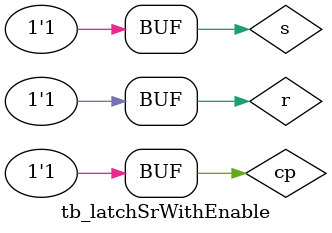
<source format=v>
module tb_latchSrWithEnable;
reg cp;
reg s;
reg r;
wire q;
wire notq;

initial begin
    cp = 1'b0;
    s = 1'b0;
    r = 1'b0;
    
    #100; // 100ns
    cp = 1'b0;
    s = 1'b0;
    r = 1'b1;
        
    #100; // 200ns
    cp = 1'b0;
    s = 1'b1;
    r = 1'b0;

    #100; // 300ns
    cp = 1'b0;
    s = 1'b1;
    r = 1'b1;

    #100; // 400ns
    cp = 1'b1;
    s = 1'b0;
    r = 1'b0;
    
    #100; // 500ns
    cp = 1'b1;
    s = 1'b0;
    r = 1'b1;
        
    #100; // 600ns
    cp = 1'b1;
    s = 1'b1;
    r = 1'b0;

    #100; // 700ns
    cp = 1'b1;
    s = 1'b1;
    r = 1'b1;

end

latchSrWithEnable dut(
    .enable(cp),
    .set(s),
    .reset(r),
    .out(q),
    .notout(notq)
    );

endmodule

</source>
